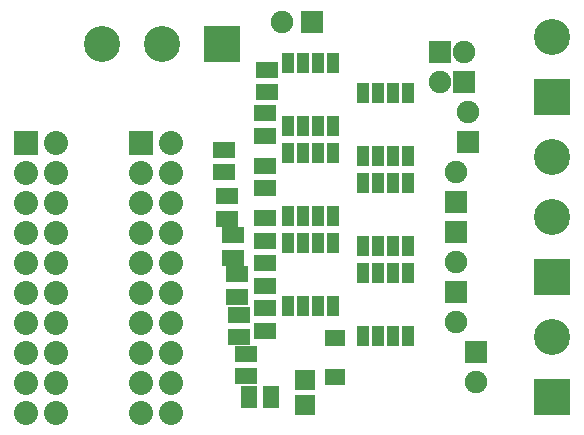
<source format=gts>
G04 (created by PCBNEW (2013-07-07 BZR 4022)-stable) date 16/12/2013 14:51:33*
%MOIN*%
G04 Gerber Fmt 3.4, Leading zero omitted, Abs format*
%FSLAX34Y34*%
G01*
G70*
G90*
G04 APERTURE LIST*
%ADD10C,0.00590551*%
%ADD11R,0.04X0.065*%
%ADD12R,0.075X0.055*%
%ADD13R,0.08X0.08*%
%ADD14C,0.08*%
%ADD15R,0.12X0.12*%
%ADD16C,0.12*%
%ADD17R,0.07X0.058*%
%ADD18R,0.055X0.075*%
%ADD19R,0.0672X0.0672*%
%ADD20R,0.075X0.075*%
%ADD21C,0.075*%
G04 APERTURE END LIST*
G54D10*
G54D11*
X80225Y-52425D03*
X80225Y-50325D03*
X79725Y-52425D03*
X79225Y-52425D03*
X78725Y-52425D03*
X79725Y-50325D03*
X79225Y-50325D03*
X78725Y-50325D03*
X82725Y-56425D03*
X82725Y-54325D03*
X82225Y-56425D03*
X81725Y-56425D03*
X81225Y-56425D03*
X82225Y-54325D03*
X81725Y-54325D03*
X81225Y-54325D03*
X80225Y-55425D03*
X80225Y-53325D03*
X79725Y-55425D03*
X79225Y-55425D03*
X78725Y-55425D03*
X79725Y-53325D03*
X79225Y-53325D03*
X78725Y-53325D03*
X82725Y-53425D03*
X82725Y-51325D03*
X82225Y-53425D03*
X81725Y-53425D03*
X81225Y-53425D03*
X82225Y-51325D03*
X81725Y-51325D03*
X81225Y-51325D03*
X80225Y-49425D03*
X80225Y-47325D03*
X79725Y-49425D03*
X79225Y-49425D03*
X78725Y-49425D03*
X79725Y-47325D03*
X79225Y-47325D03*
X78725Y-47325D03*
X82725Y-50425D03*
X82725Y-48325D03*
X82225Y-50425D03*
X81725Y-50425D03*
X81225Y-50425D03*
X82225Y-48325D03*
X81725Y-48325D03*
X81225Y-48325D03*
G54D12*
X77975Y-56250D03*
X77975Y-55500D03*
X77975Y-54750D03*
X77975Y-54000D03*
X77975Y-51500D03*
X77975Y-50750D03*
X77975Y-53250D03*
X77975Y-52500D03*
X78025Y-48300D03*
X78025Y-47550D03*
X77975Y-49750D03*
X77975Y-49000D03*
G54D13*
X70000Y-49984D03*
G54D14*
X71000Y-49984D03*
X70000Y-50984D03*
X71000Y-50984D03*
X70000Y-51984D03*
X71000Y-51984D03*
X70000Y-52984D03*
X71000Y-52984D03*
X70000Y-53984D03*
X71000Y-53984D03*
X70000Y-54984D03*
X71000Y-54984D03*
X70000Y-55984D03*
X71000Y-55984D03*
X70000Y-56984D03*
X71000Y-56984D03*
X70000Y-57984D03*
X71000Y-57984D03*
X70000Y-58984D03*
X71000Y-58984D03*
G54D15*
X87550Y-54450D03*
G54D16*
X87550Y-52450D03*
X87550Y-50450D03*
G54D15*
X87550Y-58450D03*
G54D16*
X87550Y-56450D03*
G54D15*
X87550Y-48450D03*
G54D16*
X87550Y-46450D03*
G54D13*
X73850Y-49984D03*
G54D14*
X74850Y-49984D03*
X73850Y-50984D03*
X74850Y-50984D03*
X73850Y-51984D03*
X74850Y-51984D03*
X73850Y-52984D03*
X74850Y-52984D03*
X73850Y-53984D03*
X74850Y-53984D03*
X73850Y-54984D03*
X74850Y-54984D03*
X73850Y-55984D03*
X74850Y-55984D03*
X73850Y-56984D03*
X74850Y-56984D03*
X73850Y-57984D03*
X74850Y-57984D03*
X73850Y-58984D03*
X74850Y-58984D03*
G54D15*
X76550Y-46700D03*
G54D16*
X74550Y-46700D03*
X72550Y-46700D03*
G54D17*
X80290Y-57790D03*
X80290Y-56500D03*
G54D18*
X77425Y-58450D03*
X78175Y-58450D03*
G54D19*
X79300Y-58713D03*
X79300Y-57887D03*
G54D20*
X84600Y-47950D03*
G54D21*
X84600Y-46950D03*
G54D20*
X84750Y-49950D03*
G54D21*
X84750Y-48950D03*
G54D20*
X84350Y-51950D03*
G54D21*
X84350Y-50950D03*
G54D20*
X84350Y-52950D03*
G54D21*
X84350Y-53950D03*
G54D20*
X84350Y-54950D03*
G54D21*
X84350Y-55950D03*
G54D20*
X85000Y-56950D03*
G54D21*
X85000Y-57950D03*
G54D20*
X79550Y-45950D03*
G54D21*
X78550Y-45950D03*
G54D20*
X83800Y-46950D03*
G54D21*
X83800Y-47950D03*
G54D12*
X76600Y-50225D03*
X76600Y-50975D03*
X76700Y-51775D03*
X76700Y-52525D03*
X76900Y-53075D03*
X76900Y-53825D03*
X77050Y-54375D03*
X77050Y-55125D03*
X77100Y-55725D03*
X77100Y-56475D03*
X77350Y-57025D03*
X77350Y-57775D03*
M02*

</source>
